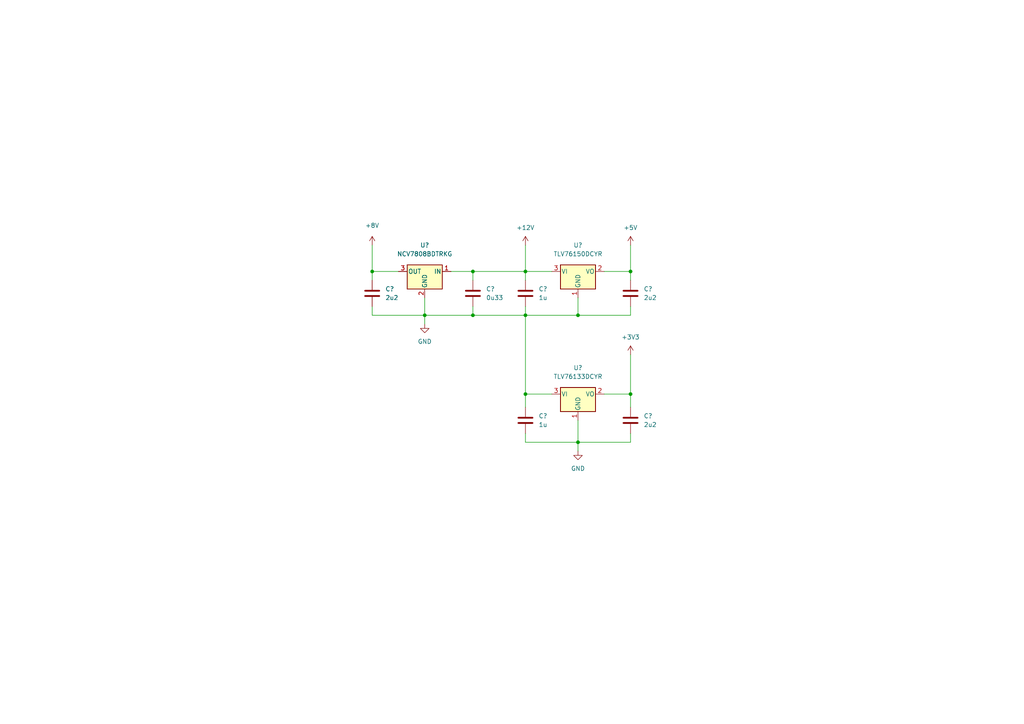
<source format=kicad_sch>
(kicad_sch (version 20211123) (generator eeschema)

  (uuid ee61c289-eeec-469b-8b26-68bd2980a7d9)

  (paper "A4")

  (title_block
    (title "TJ Diag")
    (date "2023-07-01")
    (rev "V1.00")
    (company "andy@britishideas.com")
    (comment 1 "V210/ChryslerScanner_V210/schematic/ChryslerScanner_V210_schematic.pdf")
    (comment 2 "Developed From: https://github.com/laszlodaniel/ChryslerScanner/blob/master/PCB/")
    (comment 3 "GPL V3 LICENSE")
  )

  (lib_symbols
    (symbol "ChryslerScanner:NCV7808BDTRKG" (pin_names (offset 0.254)) (in_bom yes) (on_board yes)
      (property "Reference" "U" (id 0) (at -3.81 3.175 0)
        (effects (font (size 1.27 1.27)))
      )
      (property "Value" "NCV7808BDTRKG" (id 1) (at -0.635 3.175 0)
        (effects (font (size 1.27 1.27)) (justify left))
      )
      (property "Footprint" "Package_TO_SOT_SMD:TO-252-2" (id 2) (at 0 5.08 0)
        (effects (font (size 1.27 1.27) italic) hide)
      )
      (property "Datasheet" "" (id 3) (at 0 -1.27 0)
        (effects (font (size 1.27 1.27)) hide)
      )
      (property "manf#" "NCV7808BDTRKG" (id 4) (at 0 0 0)
        (effects (font (size 1.27 1.27)) hide)
      )
      (property "ki_fp_filters" "SOT?89*" (id 5) (at 0 0 0)
        (effects (font (size 1.27 1.27)) hide)
      )
      (symbol "NCV7808BDTRKG_0_1"
        (rectangle (start -5.08 1.905) (end 5.08 -5.08)
          (stroke (width 0.254) (type default) (color 0 0 0 0))
          (fill (type background))
        )
      )
      (symbol "NCV7808BDTRKG_1_1"
        (pin power_in line (at -7.62 0 0) (length 2.54)
          (name "IN" (effects (font (size 1.27 1.27))))
          (number "1" (effects (font (size 1.27 1.27))))
        )
        (pin power_in line (at 0 -7.62 90) (length 2.54)
          (name "GND" (effects (font (size 1.27 1.27))))
          (number "2" (effects (font (size 1.27 1.27))))
        )
        (pin power_out line (at 7.62 0 180) (length 2.54)
          (name "OUT" (effects (font (size 1.27 1.27))))
          (number "3" (effects (font (size 1.27 1.27))))
        )
      )
    )
    (symbol "Device:C" (pin_numbers hide) (pin_names (offset 0.254)) (in_bom yes) (on_board yes)
      (property "Reference" "C" (id 0) (at 0.635 2.54 0)
        (effects (font (size 1.27 1.27)) (justify left))
      )
      (property "Value" "C" (id 1) (at 0.635 -2.54 0)
        (effects (font (size 1.27 1.27)) (justify left))
      )
      (property "Footprint" "" (id 2) (at 0.9652 -3.81 0)
        (effects (font (size 1.27 1.27)) hide)
      )
      (property "Datasheet" "~" (id 3) (at 0 0 0)
        (effects (font (size 1.27 1.27)) hide)
      )
      (property "ki_keywords" "cap capacitor" (id 4) (at 0 0 0)
        (effects (font (size 1.27 1.27)) hide)
      )
      (property "ki_description" "Unpolarized capacitor" (id 5) (at 0 0 0)
        (effects (font (size 1.27 1.27)) hide)
      )
      (property "ki_fp_filters" "C_*" (id 6) (at 0 0 0)
        (effects (font (size 1.27 1.27)) hide)
      )
      (symbol "C_0_1"
        (polyline
          (pts
            (xy -2.032 -0.762)
            (xy 2.032 -0.762)
          )
          (stroke (width 0.508) (type default) (color 0 0 0 0))
          (fill (type none))
        )
        (polyline
          (pts
            (xy -2.032 0.762)
            (xy 2.032 0.762)
          )
          (stroke (width 0.508) (type default) (color 0 0 0 0))
          (fill (type none))
        )
      )
      (symbol "C_1_1"
        (pin passive line (at 0 3.81 270) (length 2.794)
          (name "~" (effects (font (size 1.27 1.27))))
          (number "1" (effects (font (size 1.27 1.27))))
        )
        (pin passive line (at 0 -3.81 90) (length 2.794)
          (name "~" (effects (font (size 1.27 1.27))))
          (number "2" (effects (font (size 1.27 1.27))))
        )
      )
    )
    (symbol "Regulator_Linear:LM1117-3.3" (pin_names (offset 0.254)) (in_bom yes) (on_board yes)
      (property "Reference" "U" (id 0) (at -3.81 3.175 0)
        (effects (font (size 1.27 1.27)))
      )
      (property "Value" "LM1117-3.3" (id 1) (at 0 3.175 0)
        (effects (font (size 1.27 1.27)) (justify left))
      )
      (property "Footprint" "" (id 2) (at 0 0 0)
        (effects (font (size 1.27 1.27)) hide)
      )
      (property "Datasheet" "http://www.ti.com/lit/ds/symlink/lm1117.pdf" (id 3) (at 0 0 0)
        (effects (font (size 1.27 1.27)) hide)
      )
      (property "ki_keywords" "linear regulator ldo fixed positive" (id 4) (at 0 0 0)
        (effects (font (size 1.27 1.27)) hide)
      )
      (property "ki_description" "800mA Low-Dropout Linear Regulator, 3.3V fixed output, TO-220/TO-252/TO-263/SOT-223" (id 5) (at 0 0 0)
        (effects (font (size 1.27 1.27)) hide)
      )
      (property "ki_fp_filters" "SOT?223* TO?263* TO?252* TO?220*" (id 6) (at 0 0 0)
        (effects (font (size 1.27 1.27)) hide)
      )
      (symbol "LM1117-3.3_0_1"
        (rectangle (start -5.08 -5.08) (end 5.08 1.905)
          (stroke (width 0.254) (type default) (color 0 0 0 0))
          (fill (type background))
        )
      )
      (symbol "LM1117-3.3_1_1"
        (pin power_in line (at 0 -7.62 90) (length 2.54)
          (name "GND" (effects (font (size 1.27 1.27))))
          (number "1" (effects (font (size 1.27 1.27))))
        )
        (pin power_out line (at 7.62 0 180) (length 2.54)
          (name "VO" (effects (font (size 1.27 1.27))))
          (number "2" (effects (font (size 1.27 1.27))))
        )
        (pin power_in line (at -7.62 0 0) (length 2.54)
          (name "VI" (effects (font (size 1.27 1.27))))
          (number "3" (effects (font (size 1.27 1.27))))
        )
      )
    )
    (symbol "Regulator_Linear:LM1117-5.0" (pin_names (offset 0.254)) (in_bom yes) (on_board yes)
      (property "Reference" "U" (id 0) (at -3.81 3.175 0)
        (effects (font (size 1.27 1.27)))
      )
      (property "Value" "LM1117-5.0" (id 1) (at 0 3.175 0)
        (effects (font (size 1.27 1.27)) (justify left))
      )
      (property "Footprint" "" (id 2) (at 0 0 0)
        (effects (font (size 1.27 1.27)) hide)
      )
      (property "Datasheet" "http://www.ti.com/lit/ds/symlink/lm1117.pdf" (id 3) (at 0 0 0)
        (effects (font (size 1.27 1.27)) hide)
      )
      (property "ki_keywords" "linear regulator ldo fixed positive" (id 4) (at 0 0 0)
        (effects (font (size 1.27 1.27)) hide)
      )
      (property "ki_description" "800mA Low-Dropout Linear Regulator, 5.0V fixed output, TO-220/TO-252/TO-263/SOT-223" (id 5) (at 0 0 0)
        (effects (font (size 1.27 1.27)) hide)
      )
      (property "ki_fp_filters" "SOT?223* TO?263* TO?252* TO?220*" (id 6) (at 0 0 0)
        (effects (font (size 1.27 1.27)) hide)
      )
      (symbol "LM1117-5.0_0_1"
        (rectangle (start -5.08 -5.08) (end 5.08 1.905)
          (stroke (width 0.254) (type default) (color 0 0 0 0))
          (fill (type background))
        )
      )
      (symbol "LM1117-5.0_1_1"
        (pin power_in line (at 0 -7.62 90) (length 2.54)
          (name "GND" (effects (font (size 1.27 1.27))))
          (number "1" (effects (font (size 1.27 1.27))))
        )
        (pin power_out line (at 7.62 0 180) (length 2.54)
          (name "VO" (effects (font (size 1.27 1.27))))
          (number "2" (effects (font (size 1.27 1.27))))
        )
        (pin power_in line (at -7.62 0 0) (length 2.54)
          (name "VI" (effects (font (size 1.27 1.27))))
          (number "3" (effects (font (size 1.27 1.27))))
        )
      )
    )
    (symbol "power:+12V" (power) (pin_names (offset 0)) (in_bom yes) (on_board yes)
      (property "Reference" "#PWR" (id 0) (at 0 -3.81 0)
        (effects (font (size 1.27 1.27)) hide)
      )
      (property "Value" "+12V" (id 1) (at 0 3.556 0)
        (effects (font (size 1.27 1.27)))
      )
      (property "Footprint" "" (id 2) (at 0 0 0)
        (effects (font (size 1.27 1.27)) hide)
      )
      (property "Datasheet" "" (id 3) (at 0 0 0)
        (effects (font (size 1.27 1.27)) hide)
      )
      (property "ki_keywords" "power-flag" (id 4) (at 0 0 0)
        (effects (font (size 1.27 1.27)) hide)
      )
      (property "ki_description" "Power symbol creates a global label with name \"+12V\"" (id 5) (at 0 0 0)
        (effects (font (size 1.27 1.27)) hide)
      )
      (symbol "+12V_0_1"
        (polyline
          (pts
            (xy -0.762 1.27)
            (xy 0 2.54)
          )
          (stroke (width 0) (type default) (color 0 0 0 0))
          (fill (type none))
        )
        (polyline
          (pts
            (xy 0 0)
            (xy 0 2.54)
          )
          (stroke (width 0) (type default) (color 0 0 0 0))
          (fill (type none))
        )
        (polyline
          (pts
            (xy 0 2.54)
            (xy 0.762 1.27)
          )
          (stroke (width 0) (type default) (color 0 0 0 0))
          (fill (type none))
        )
      )
      (symbol "+12V_1_1"
        (pin power_in line (at 0 0 90) (length 0) hide
          (name "+12V" (effects (font (size 1.27 1.27))))
          (number "1" (effects (font (size 1.27 1.27))))
        )
      )
    )
    (symbol "power:+3V3" (power) (pin_names (offset 0)) (in_bom yes) (on_board yes)
      (property "Reference" "#PWR" (id 0) (at 0 -3.81 0)
        (effects (font (size 1.27 1.27)) hide)
      )
      (property "Value" "+3V3" (id 1) (at 0 3.556 0)
        (effects (font (size 1.27 1.27)))
      )
      (property "Footprint" "" (id 2) (at 0 0 0)
        (effects (font (size 1.27 1.27)) hide)
      )
      (property "Datasheet" "" (id 3) (at 0 0 0)
        (effects (font (size 1.27 1.27)) hide)
      )
      (property "ki_keywords" "power-flag" (id 4) (at 0 0 0)
        (effects (font (size 1.27 1.27)) hide)
      )
      (property "ki_description" "Power symbol creates a global label with name \"+3V3\"" (id 5) (at 0 0 0)
        (effects (font (size 1.27 1.27)) hide)
      )
      (symbol "+3V3_0_1"
        (polyline
          (pts
            (xy -0.762 1.27)
            (xy 0 2.54)
          )
          (stroke (width 0) (type default) (color 0 0 0 0))
          (fill (type none))
        )
        (polyline
          (pts
            (xy 0 0)
            (xy 0 2.54)
          )
          (stroke (width 0) (type default) (color 0 0 0 0))
          (fill (type none))
        )
        (polyline
          (pts
            (xy 0 2.54)
            (xy 0.762 1.27)
          )
          (stroke (width 0) (type default) (color 0 0 0 0))
          (fill (type none))
        )
      )
      (symbol "+3V3_1_1"
        (pin power_in line (at 0 0 90) (length 0) hide
          (name "+3V3" (effects (font (size 1.27 1.27))))
          (number "1" (effects (font (size 1.27 1.27))))
        )
      )
    )
    (symbol "power:+5V" (power) (pin_names (offset 0)) (in_bom yes) (on_board yes)
      (property "Reference" "#PWR" (id 0) (at 0 -3.81 0)
        (effects (font (size 1.27 1.27)) hide)
      )
      (property "Value" "+5V" (id 1) (at 0 3.556 0)
        (effects (font (size 1.27 1.27)))
      )
      (property "Footprint" "" (id 2) (at 0 0 0)
        (effects (font (size 1.27 1.27)) hide)
      )
      (property "Datasheet" "" (id 3) (at 0 0 0)
        (effects (font (size 1.27 1.27)) hide)
      )
      (property "ki_keywords" "power-flag" (id 4) (at 0 0 0)
        (effects (font (size 1.27 1.27)) hide)
      )
      (property "ki_description" "Power symbol creates a global label with name \"+5V\"" (id 5) (at 0 0 0)
        (effects (font (size 1.27 1.27)) hide)
      )
      (symbol "+5V_0_1"
        (polyline
          (pts
            (xy -0.762 1.27)
            (xy 0 2.54)
          )
          (stroke (width 0) (type default) (color 0 0 0 0))
          (fill (type none))
        )
        (polyline
          (pts
            (xy 0 0)
            (xy 0 2.54)
          )
          (stroke (width 0) (type default) (color 0 0 0 0))
          (fill (type none))
        )
        (polyline
          (pts
            (xy 0 2.54)
            (xy 0.762 1.27)
          )
          (stroke (width 0) (type default) (color 0 0 0 0))
          (fill (type none))
        )
      )
      (symbol "+5V_1_1"
        (pin power_in line (at 0 0 90) (length 0) hide
          (name "+5V" (effects (font (size 1.27 1.27))))
          (number "1" (effects (font (size 1.27 1.27))))
        )
      )
    )
    (symbol "power:+8V" (power) (pin_names (offset 0)) (in_bom yes) (on_board yes)
      (property "Reference" "#PWR" (id 0) (at 0 -3.81 0)
        (effects (font (size 1.27 1.27)) hide)
      )
      (property "Value" "+8V" (id 1) (at 0 3.556 0)
        (effects (font (size 1.27 1.27)))
      )
      (property "Footprint" "" (id 2) (at 0 0 0)
        (effects (font (size 1.27 1.27)) hide)
      )
      (property "Datasheet" "" (id 3) (at 0 0 0)
        (effects (font (size 1.27 1.27)) hide)
      )
      (property "ki_keywords" "power-flag" (id 4) (at 0 0 0)
        (effects (font (size 1.27 1.27)) hide)
      )
      (property "ki_description" "Power symbol creates a global label with name \"+8V\"" (id 5) (at 0 0 0)
        (effects (font (size 1.27 1.27)) hide)
      )
      (symbol "+8V_0_1"
        (polyline
          (pts
            (xy -0.762 1.27)
            (xy 0 2.54)
          )
          (stroke (width 0) (type default) (color 0 0 0 0))
          (fill (type none))
        )
        (polyline
          (pts
            (xy 0 0)
            (xy 0 2.54)
          )
          (stroke (width 0) (type default) (color 0 0 0 0))
          (fill (type none))
        )
        (polyline
          (pts
            (xy 0 2.54)
            (xy 0.762 1.27)
          )
          (stroke (width 0) (type default) (color 0 0 0 0))
          (fill (type none))
        )
      )
      (symbol "+8V_1_1"
        (pin power_in line (at 0 0 90) (length 0) hide
          (name "+8V" (effects (font (size 1.27 1.27))))
          (number "1" (effects (font (size 1.27 1.27))))
        )
      )
    )
    (symbol "power:GND" (power) (pin_names (offset 0)) (in_bom yes) (on_board yes)
      (property "Reference" "#PWR" (id 0) (at 0 -6.35 0)
        (effects (font (size 1.27 1.27)) hide)
      )
      (property "Value" "GND" (id 1) (at 0 -3.81 0)
        (effects (font (size 1.27 1.27)))
      )
      (property "Footprint" "" (id 2) (at 0 0 0)
        (effects (font (size 1.27 1.27)) hide)
      )
      (property "Datasheet" "" (id 3) (at 0 0 0)
        (effects (font (size 1.27 1.27)) hide)
      )
      (property "ki_keywords" "power-flag" (id 4) (at 0 0 0)
        (effects (font (size 1.27 1.27)) hide)
      )
      (property "ki_description" "Power symbol creates a global label with name \"GND\" , ground" (id 5) (at 0 0 0)
        (effects (font (size 1.27 1.27)) hide)
      )
      (symbol "GND_0_1"
        (polyline
          (pts
            (xy 0 0)
            (xy 0 -1.27)
            (xy 1.27 -1.27)
            (xy 0 -2.54)
            (xy -1.27 -1.27)
            (xy 0 -1.27)
          )
          (stroke (width 0) (type default) (color 0 0 0 0))
          (fill (type none))
        )
      )
      (symbol "GND_1_1"
        (pin power_in line (at 0 0 270) (length 0) hide
          (name "GND" (effects (font (size 1.27 1.27))))
          (number "1" (effects (font (size 1.27 1.27))))
        )
      )
    )
  )

  (junction (at 167.64 91.44) (diameter 0) (color 0 0 0 0)
    (uuid 2262bebb-7826-49cf-b022-282410a66901)
  )
  (junction (at 107.95 78.74) (diameter 0) (color 0 0 0 0)
    (uuid 40582b04-edc4-430e-9da9-8e1a6142ad59)
  )
  (junction (at 167.64 128.27) (diameter 0) (color 0 0 0 0)
    (uuid 61f762c1-598a-4aee-9e87-0c48fd82e399)
  )
  (junction (at 137.16 91.44) (diameter 0) (color 0 0 0 0)
    (uuid 6426b66e-1d3a-4421-80be-885748540578)
  )
  (junction (at 137.16 78.74) (diameter 0) (color 0 0 0 0)
    (uuid 6eb64cb9-176e-4797-93fb-a4e84c3cef3e)
  )
  (junction (at 182.88 78.74) (diameter 0) (color 0 0 0 0)
    (uuid 7d0fc373-c442-4fb1-8bab-ca70cc63ee87)
  )
  (junction (at 152.4 114.3) (diameter 0) (color 0 0 0 0)
    (uuid b21e0a8c-b2a5-4060-b1f2-3f525b5a1578)
  )
  (junction (at 152.4 78.74) (diameter 0) (color 0 0 0 0)
    (uuid b453f6f7-b387-48ce-ae24-954553eb0627)
  )
  (junction (at 152.4 91.44) (diameter 0) (color 0 0 0 0)
    (uuid bbcaef6f-72ed-4d04-a089-1ede82b5ee92)
  )
  (junction (at 123.19 91.44) (diameter 0) (color 0 0 0 0)
    (uuid bf19dd51-ef6c-4a4b-89c9-ce5ad71ab460)
  )
  (junction (at 182.88 114.3) (diameter 0) (color 0 0 0 0)
    (uuid de26ef84-2af5-4bf9-a613-0dd9d4a5c267)
  )

  (wire (pts (xy 182.88 125.73) (xy 182.88 128.27))
    (stroke (width 0) (type default) (color 0 0 0 0))
    (uuid 01729228-133f-409d-851b-abe610198caa)
  )
  (wire (pts (xy 182.88 114.3) (xy 182.88 118.11))
    (stroke (width 0) (type default) (color 0 0 0 0))
    (uuid 163ee67d-ebbf-4846-a2a7-33ffbf7795a0)
  )
  (wire (pts (xy 152.4 78.74) (xy 152.4 81.28))
    (stroke (width 0) (type default) (color 0 0 0 0))
    (uuid 1e42e607-4371-48ae-a46b-8640c69990b0)
  )
  (wire (pts (xy 182.88 88.9) (xy 182.88 91.44))
    (stroke (width 0) (type default) (color 0 0 0 0))
    (uuid 255fe4fd-5fff-4230-86ea-9b440790357c)
  )
  (wire (pts (xy 167.64 121.92) (xy 167.64 128.27))
    (stroke (width 0) (type default) (color 0 0 0 0))
    (uuid 27c245b4-7589-42a4-b024-d149b9c11063)
  )
  (wire (pts (xy 137.16 88.9) (xy 137.16 91.44))
    (stroke (width 0) (type default) (color 0 0 0 0))
    (uuid 2c51f38b-8f9e-47ee-8be9-eea3ea9f71b0)
  )
  (wire (pts (xy 175.26 114.3) (xy 182.88 114.3))
    (stroke (width 0) (type default) (color 0 0 0 0))
    (uuid 2d33f3ae-80a9-4d5d-9130-62f9685e1e84)
  )
  (wire (pts (xy 137.16 91.44) (xy 152.4 91.44))
    (stroke (width 0) (type default) (color 0 0 0 0))
    (uuid 3152a273-5217-4906-a329-46ab336a2b6e)
  )
  (wire (pts (xy 137.16 78.74) (xy 152.4 78.74))
    (stroke (width 0) (type default) (color 0 0 0 0))
    (uuid 36846137-cde4-4aa9-971d-9fbd0984d7bd)
  )
  (wire (pts (xy 182.88 128.27) (xy 167.64 128.27))
    (stroke (width 0) (type default) (color 0 0 0 0))
    (uuid 36e2e31c-3d2d-4446-a096-b86484433a71)
  )
  (wire (pts (xy 182.88 78.74) (xy 182.88 81.28))
    (stroke (width 0) (type default) (color 0 0 0 0))
    (uuid 3a18a523-6fb5-43b5-a87f-679552c8c351)
  )
  (wire (pts (xy 167.64 86.36) (xy 167.64 91.44))
    (stroke (width 0) (type default) (color 0 0 0 0))
    (uuid 44b1f9c0-0085-42f8-8317-d159d69af67b)
  )
  (wire (pts (xy 123.19 91.44) (xy 137.16 91.44))
    (stroke (width 0) (type default) (color 0 0 0 0))
    (uuid 491b9286-860f-4616-b8af-8c1aab1b896a)
  )
  (wire (pts (xy 130.81 78.74) (xy 137.16 78.74))
    (stroke (width 0) (type default) (color 0 0 0 0))
    (uuid 4adf4145-6ff9-4242-993a-dd0a236e52fd)
  )
  (wire (pts (xy 175.26 78.74) (xy 182.88 78.74))
    (stroke (width 0) (type default) (color 0 0 0 0))
    (uuid 52d29e10-d545-48d9-a896-63bd6dd91a83)
  )
  (wire (pts (xy 107.95 78.74) (xy 107.95 81.28))
    (stroke (width 0) (type default) (color 0 0 0 0))
    (uuid 542d30a4-14d9-42ff-9004-2893e56d6f13)
  )
  (wire (pts (xy 123.19 86.36) (xy 123.19 91.44))
    (stroke (width 0) (type default) (color 0 0 0 0))
    (uuid 5cb4c207-59e2-473b-b935-24e5a8218a5b)
  )
  (wire (pts (xy 123.19 91.44) (xy 107.95 91.44))
    (stroke (width 0) (type default) (color 0 0 0 0))
    (uuid 63883497-75f2-47b9-a576-e0703e29cc1a)
  )
  (wire (pts (xy 182.88 71.12) (xy 182.88 78.74))
    (stroke (width 0) (type default) (color 0 0 0 0))
    (uuid 74d922d8-460f-4edd-b836-71dccdc352d5)
  )
  (wire (pts (xy 182.88 114.3) (xy 182.88 102.87))
    (stroke (width 0) (type default) (color 0 0 0 0))
    (uuid 8e9634ff-5ea1-4026-b80e-1d7af6cdfc5a)
  )
  (wire (pts (xy 152.4 78.74) (xy 160.02 78.74))
    (stroke (width 0) (type default) (color 0 0 0 0))
    (uuid 94e213a5-9d36-46e0-a258-ae23813d985e)
  )
  (wire (pts (xy 107.95 71.12) (xy 107.95 78.74))
    (stroke (width 0) (type default) (color 0 0 0 0))
    (uuid 9b18fc8b-8b50-4c17-9951-53069f5e66d4)
  )
  (wire (pts (xy 152.4 114.3) (xy 152.4 118.11))
    (stroke (width 0) (type default) (color 0 0 0 0))
    (uuid a136fb26-994e-47fd-978f-5e44fe36d1ca)
  )
  (wire (pts (xy 152.4 71.12) (xy 152.4 78.74))
    (stroke (width 0) (type default) (color 0 0 0 0))
    (uuid a9d9ac8f-c2a2-4514-a112-07e83011d662)
  )
  (wire (pts (xy 167.64 128.27) (xy 167.64 130.81))
    (stroke (width 0) (type default) (color 0 0 0 0))
    (uuid aaa0a52a-758d-4627-8b4d-c27cc50afdcf)
  )
  (wire (pts (xy 152.4 114.3) (xy 160.02 114.3))
    (stroke (width 0) (type default) (color 0 0 0 0))
    (uuid aeba8d90-c1e0-4b46-b06d-0c5e5d620747)
  )
  (wire (pts (xy 152.4 125.73) (xy 152.4 128.27))
    (stroke (width 0) (type default) (color 0 0 0 0))
    (uuid bcec4b52-3c49-43ea-993f-35f5b9d11863)
  )
  (wire (pts (xy 115.57 78.74) (xy 107.95 78.74))
    (stroke (width 0) (type default) (color 0 0 0 0))
    (uuid c6e6773a-6097-402e-bad6-34d213447c81)
  )
  (wire (pts (xy 137.16 78.74) (xy 137.16 81.28))
    (stroke (width 0) (type default) (color 0 0 0 0))
    (uuid cc09f6e1-0958-4727-90d5-16ba99c6e0c0)
  )
  (wire (pts (xy 152.4 91.44) (xy 167.64 91.44))
    (stroke (width 0) (type default) (color 0 0 0 0))
    (uuid cdaffd41-28b3-429d-94f8-aa0741f49569)
  )
  (wire (pts (xy 152.4 91.44) (xy 152.4 114.3))
    (stroke (width 0) (type default) (color 0 0 0 0))
    (uuid d406ac2d-52a0-4cef-9da9-58dd3a5c0490)
  )
  (wire (pts (xy 152.4 128.27) (xy 167.64 128.27))
    (stroke (width 0) (type default) (color 0 0 0 0))
    (uuid dbdeee0c-c608-48f2-8b04-f127dcc931df)
  )
  (wire (pts (xy 107.95 91.44) (xy 107.95 88.9))
    (stroke (width 0) (type default) (color 0 0 0 0))
    (uuid e2618a86-4d62-4407-980e-b00ef138a096)
  )
  (wire (pts (xy 152.4 88.9) (xy 152.4 91.44))
    (stroke (width 0) (type default) (color 0 0 0 0))
    (uuid e48428cf-e934-4ef3-a951-51475f020873)
  )
  (wire (pts (xy 182.88 91.44) (xy 167.64 91.44))
    (stroke (width 0) (type default) (color 0 0 0 0))
    (uuid f8810bf1-09cd-40fa-947d-fe86bb2f5c53)
  )
  (wire (pts (xy 123.19 91.44) (xy 123.19 93.98))
    (stroke (width 0) (type default) (color 0 0 0 0))
    (uuid f923005a-9dac-4bd4-a677-9e2078e6b3d6)
  )

  (symbol (lib_id "Device:C") (at 137.16 85.09 0) (unit 1)
    (in_bom yes) (on_board yes) (fields_autoplaced)
    (uuid 0368f8d1-c3f6-4d33-ae7e-acaaba502b16)
    (property "Reference" "C?" (id 0) (at 140.97 83.8199 0)
      (effects (font (size 1.27 1.27)) (justify left))
    )
    (property "Value" "0u33" (id 1) (at 140.97 86.3599 0)
      (effects (font (size 1.27 1.27)) (justify left))
    )
    (property "Footprint" "" (id 2) (at 138.1252 88.9 0)
      (effects (font (size 1.27 1.27)) hide)
    )
    (property "Datasheet" "~" (id 3) (at 137.16 85.09 0)
      (effects (font (size 1.27 1.27)) hide)
    )
    (pin "1" (uuid 1130e080-f1cd-4c2b-b120-0436bca53de2))
    (pin "2" (uuid e083664d-426d-40e7-b296-a19caa3fd9d0))
  )

  (symbol (lib_id "power:+3V3") (at 182.88 102.87 0) (unit 1)
    (in_bom yes) (on_board yes) (fields_autoplaced)
    (uuid 38c774b7-43b3-46f0-97e7-f0a0d641b778)
    (property "Reference" "#PWR051" (id 0) (at 182.88 106.68 0)
      (effects (font (size 1.27 1.27)) hide)
    )
    (property "Value" "+3V3" (id 1) (at 182.88 97.79 0))
    (property "Footprint" "" (id 2) (at 182.88 102.87 0)
      (effects (font (size 1.27 1.27)) hide)
    )
    (property "Datasheet" "" (id 3) (at 182.88 102.87 0)
      (effects (font (size 1.27 1.27)) hide)
    )
    (pin "1" (uuid c007bf84-1040-4bf1-a05e-87e853eae4dd))
  )

  (symbol (lib_id "ChryslerScanner:NCV7808BDTRKG") (at 123.19 78.74 0) (mirror y) (unit 1)
    (in_bom yes) (on_board yes) (fields_autoplaced)
    (uuid 44f747ed-732d-4ea5-9079-ccf54c925ca3)
    (property "Reference" "U?" (id 0) (at 123.19 71.12 0))
    (property "Value" "NCV7808BDTRKG" (id 1) (at 123.19 73.66 0))
    (property "Footprint" "Package_TO_SOT_SMD:TO-252-2" (id 2) (at 123.19 73.66 0)
      (effects (font (size 1.27 1.27) italic) hide)
    )
    (property "Datasheet" "" (id 3) (at 123.19 80.01 0)
      (effects (font (size 1.27 1.27)) hide)
    )
    (property "manf#" "NCV7808BDTRKG" (id 4) (at 123.19 78.74 0)
      (effects (font (size 1.27 1.27)) hide)
    )
    (pin "1" (uuid 5d543e32-0d68-4f40-86d8-5301083f1fc0))
    (pin "2" (uuid 93ce1945-f684-41f3-bff7-e795341ae1e4))
    (pin "3" (uuid 37fa45e2-28ee-4a9d-a2c1-0fb970e2e0a2))
  )

  (symbol (lib_id "Device:C") (at 182.88 121.92 0) (unit 1)
    (in_bom yes) (on_board yes) (fields_autoplaced)
    (uuid 4a50305f-d714-4a7e-8ae6-c389bca6204e)
    (property "Reference" "C?" (id 0) (at 186.69 120.6499 0)
      (effects (font (size 1.27 1.27)) (justify left))
    )
    (property "Value" "2u2" (id 1) (at 186.69 123.1899 0)
      (effects (font (size 1.27 1.27)) (justify left))
    )
    (property "Footprint" "" (id 2) (at 183.8452 125.73 0)
      (effects (font (size 1.27 1.27)) hide)
    )
    (property "Datasheet" "~" (id 3) (at 182.88 121.92 0)
      (effects (font (size 1.27 1.27)) hide)
    )
    (pin "1" (uuid 77a2199a-5d9d-4973-9851-1511b2fcec0c))
    (pin "2" (uuid d2c13478-198d-44e5-ab45-ea621175a810))
  )

  (symbol (lib_id "Device:C") (at 107.95 85.09 0) (unit 1)
    (in_bom yes) (on_board yes) (fields_autoplaced)
    (uuid 5be49bdc-a383-4313-9fd0-92838bc295de)
    (property "Reference" "C?" (id 0) (at 111.76 83.8199 0)
      (effects (font (size 1.27 1.27)) (justify left))
    )
    (property "Value" "2u2" (id 1) (at 111.76 86.3599 0)
      (effects (font (size 1.27 1.27)) (justify left))
    )
    (property "Footprint" "" (id 2) (at 108.9152 88.9 0)
      (effects (font (size 1.27 1.27)) hide)
    )
    (property "Datasheet" "~" (id 3) (at 107.95 85.09 0)
      (effects (font (size 1.27 1.27)) hide)
    )
    (pin "1" (uuid f1ce0b71-7814-43e1-ac62-a9c7cc36894f))
    (pin "2" (uuid 2e74f283-f090-4d08-a122-7fbe23b71014))
  )

  (symbol (lib_id "power:GND") (at 123.19 93.98 0) (unit 1)
    (in_bom yes) (on_board yes) (fields_autoplaced)
    (uuid 681e6e38-f56b-4499-9f0e-177309497106)
    (property "Reference" "#PWR043" (id 0) (at 123.19 100.33 0)
      (effects (font (size 1.27 1.27)) hide)
    )
    (property "Value" "GND" (id 1) (at 123.19 99.06 0))
    (property "Footprint" "" (id 2) (at 123.19 93.98 0)
      (effects (font (size 1.27 1.27)) hide)
    )
    (property "Datasheet" "" (id 3) (at 123.19 93.98 0)
      (effects (font (size 1.27 1.27)) hide)
    )
    (pin "1" (uuid e346cafa-4748-48bc-899f-6184e733bdf1))
  )

  (symbol (lib_id "power:+5V") (at 182.88 71.12 0) (unit 1)
    (in_bom yes) (on_board yes) (fields_autoplaced)
    (uuid 7b74c741-13bd-4365-bb39-6bbe41c6ef9b)
    (property "Reference" "#PWR049" (id 0) (at 182.88 74.93 0)
      (effects (font (size 1.27 1.27)) hide)
    )
    (property "Value" "+5V" (id 1) (at 182.88 66.04 0))
    (property "Footprint" "" (id 2) (at 182.88 71.12 0)
      (effects (font (size 1.27 1.27)) hide)
    )
    (property "Datasheet" "" (id 3) (at 182.88 71.12 0)
      (effects (font (size 1.27 1.27)) hide)
    )
    (pin "1" (uuid ec8dd591-9709-4263-a60c-5364ec656631))
  )

  (symbol (lib_id "Regulator_Linear:LM1117-3.3") (at 167.64 114.3 0) (unit 1)
    (in_bom yes) (on_board yes) (fields_autoplaced)
    (uuid 7c06b550-8d19-46bf-9c17-db8b3fa23a51)
    (property "Reference" "U?" (id 0) (at 167.64 106.68 0))
    (property "Value" "TLV76133DCYR" (id 1) (at 167.64 109.22 0))
    (property "Footprint" "Package_TO_SOT_SMD:SOT-223-3_TabPin2" (id 2) (at 167.64 114.3 0)
      (effects (font (size 1.27 1.27)) hide)
    )
    (property "Datasheet" "" (id 3) (at 167.64 114.3 0)
      (effects (font (size 1.27 1.27)) hide)
    )
    (property "manf#" "TLV76133DCYR" (id 4) (at 167.64 114.3 0)
      (effects (font (size 1.27 1.27)) hide)
    )
    (pin "1" (uuid 054f0169-4666-4d9b-ab13-3e5ffffbb55a))
    (pin "2" (uuid c06a2d69-4f5d-47c2-bb9f-a49a8010d862))
    (pin "3" (uuid de222f54-809a-4214-993a-160a7578b5e8))
  )

  (symbol (lib_id "power:GND") (at 167.64 130.81 0) (unit 1)
    (in_bom yes) (on_board yes) (fields_autoplaced)
    (uuid 9b297e41-1e68-48f4-be2b-69dc185ad5ea)
    (property "Reference" "#PWR?" (id 0) (at 167.64 137.16 0)
      (effects (font (size 1.27 1.27)) hide)
    )
    (property "Value" "GND" (id 1) (at 167.64 135.89 0))
    (property "Footprint" "" (id 2) (at 167.64 130.81 0)
      (effects (font (size 1.27 1.27)) hide)
    )
    (property "Datasheet" "" (id 3) (at 167.64 130.81 0)
      (effects (font (size 1.27 1.27)) hide)
    )
    (pin "1" (uuid 97de1341-2468-447e-8acc-9a58bf2a4ae3))
  )

  (symbol (lib_id "Device:C") (at 182.88 85.09 0) (unit 1)
    (in_bom yes) (on_board yes) (fields_autoplaced)
    (uuid b091cd4e-7439-428c-813d-2e1eac9e0a8c)
    (property "Reference" "C?" (id 0) (at 186.69 83.8199 0)
      (effects (font (size 1.27 1.27)) (justify left))
    )
    (property "Value" "2u2" (id 1) (at 186.69 86.3599 0)
      (effects (font (size 1.27 1.27)) (justify left))
    )
    (property "Footprint" "" (id 2) (at 183.8452 88.9 0)
      (effects (font (size 1.27 1.27)) hide)
    )
    (property "Datasheet" "~" (id 3) (at 182.88 85.09 0)
      (effects (font (size 1.27 1.27)) hide)
    )
    (pin "1" (uuid d84fff99-bc68-45bf-80c8-6279faf3553b))
    (pin "2" (uuid 68abc65a-6447-4e92-9454-d1594c39d658))
  )

  (symbol (lib_id "power:+8V") (at 107.95 71.12 0) (unit 1)
    (in_bom yes) (on_board yes) (fields_autoplaced)
    (uuid c6ab8f8b-c692-4869-acf2-c8ef4e755b1a)
    (property "Reference" "#PWR052" (id 0) (at 107.95 74.93 0)
      (effects (font (size 1.27 1.27)) hide)
    )
    (property "Value" "+8V" (id 1) (at 107.95 65.405 0))
    (property "Footprint" "" (id 2) (at 107.95 71.12 0)
      (effects (font (size 1.27 1.27)) hide)
    )
    (property "Datasheet" "" (id 3) (at 107.95 71.12 0)
      (effects (font (size 1.27 1.27)) hide)
    )
    (pin "1" (uuid c6ed02cc-1f1e-4d70-9cf8-cf1b50a317a0))
  )

  (symbol (lib_id "Device:C") (at 152.4 121.92 0) (unit 1)
    (in_bom yes) (on_board yes) (fields_autoplaced)
    (uuid cc348372-75ad-49ff-8c10-f9aa731f0a18)
    (property "Reference" "C?" (id 0) (at 156.21 120.6499 0)
      (effects (font (size 1.27 1.27)) (justify left))
    )
    (property "Value" "1u" (id 1) (at 156.21 123.1899 0)
      (effects (font (size 1.27 1.27)) (justify left))
    )
    (property "Footprint" "" (id 2) (at 153.3652 125.73 0)
      (effects (font (size 1.27 1.27)) hide)
    )
    (property "Datasheet" "~" (id 3) (at 152.4 121.92 0)
      (effects (font (size 1.27 1.27)) hide)
    )
    (pin "1" (uuid 9c36890b-8a00-4ca1-beb8-4f4d46abb4b5))
    (pin "2" (uuid eca6a3b2-44de-4cb5-89d0-46e45a22bd78))
  )

  (symbol (lib_id "Regulator_Linear:LM1117-5.0") (at 167.64 78.74 0) (unit 1)
    (in_bom yes) (on_board yes) (fields_autoplaced)
    (uuid cd6426e7-3760-4ed5-beda-97b164f52cc2)
    (property "Reference" "U?" (id 0) (at 167.64 71.12 0))
    (property "Value" "TLV76150DCYR" (id 1) (at 167.64 73.66 0))
    (property "Footprint" "Package_TO_SOT_SMD:SOT-223-3_TabPin2" (id 2) (at 167.64 78.74 0)
      (effects (font (size 1.27 1.27)) hide)
    )
    (property "Datasheet" "" (id 3) (at 167.64 78.74 0)
      (effects (font (size 1.27 1.27)) hide)
    )
    (property "manf#" "TLV76150DCYR" (id 4) (at 167.64 78.74 0)
      (effects (font (size 1.27 1.27)) hide)
    )
    (pin "1" (uuid ecfd06f4-6b97-4547-ae0c-a34334fee238))
    (pin "2" (uuid ebd0000a-9389-4cb7-83df-a8102e614c4e))
    (pin "3" (uuid 247ff8cc-9ce7-451d-ab6b-fb3e13cdb89b))
  )

  (symbol (lib_id "Device:C") (at 152.4 85.09 0) (unit 1)
    (in_bom yes) (on_board yes) (fields_autoplaced)
    (uuid d870e1d8-a12c-4ca0-9e49-ff37a46378cf)
    (property "Reference" "C?" (id 0) (at 156.21 83.8199 0)
      (effects (font (size 1.27 1.27)) (justify left))
    )
    (property "Value" "1u" (id 1) (at 156.21 86.3599 0)
      (effects (font (size 1.27 1.27)) (justify left))
    )
    (property "Footprint" "" (id 2) (at 153.3652 88.9 0)
      (effects (font (size 1.27 1.27)) hide)
    )
    (property "Datasheet" "~" (id 3) (at 152.4 85.09 0)
      (effects (font (size 1.27 1.27)) hide)
    )
    (pin "1" (uuid c48f3792-599c-4a6e-9175-be7aea9984e0))
    (pin "2" (uuid c20ff411-e0b5-4ea9-b281-5d62175af9d4))
  )

  (symbol (lib_id "power:+12V") (at 152.4 71.12 0) (unit 1)
    (in_bom yes) (on_board yes) (fields_autoplaced)
    (uuid e0aa040d-59fe-4a8e-a45b-70ed133434aa)
    (property "Reference" "#PWR046" (id 0) (at 152.4 74.93 0)
      (effects (font (size 1.27 1.27)) hide)
    )
    (property "Value" "+12V" (id 1) (at 152.4 66.04 0))
    (property "Footprint" "" (id 2) (at 152.4 71.12 0)
      (effects (font (size 1.27 1.27)) hide)
    )
    (property "Datasheet" "" (id 3) (at 152.4 71.12 0)
      (effects (font (size 1.27 1.27)) hide)
    )
    (pin "1" (uuid a9105b86-08f6-44c0-9620-d61a0ae833b9))
  )
)

</source>
